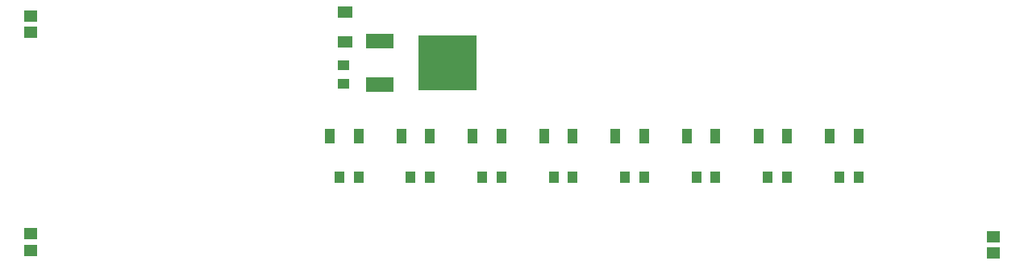
<source format=gtp>
G04*
G04 #@! TF.GenerationSoftware,Altium Limited,Altium Designer,22.9.1 (49)*
G04*
G04 Layer_Color=8421504*
%FSLAX44Y44*%
%MOMM*%
G71*
G04*
G04 #@! TF.SameCoordinates,82FFAF5D-3DE1-49B7-988C-51480E2A03B1*
G04*
G04*
G04 #@! TF.FilePolarity,Positive*
G04*
G01*
G75*
%ADD16R,1.3500X1.1500*%
%ADD17R,1.6000X1.2000*%
%ADD18R,1.0000X1.6000*%
%ADD19R,1.2500X1.0000*%
%ADD20R,6.2000X5.8000*%
%ADD21R,3.0000X1.6000*%
%ADD22R,1.0000X1.2500*%
D16*
X94000Y47750D02*
D03*
Y30250D02*
D03*
X94000Y276750D02*
D03*
Y259250D02*
D03*
X1105000Y27250D02*
D03*
Y44750D02*
D03*
D17*
X424000Y281000D02*
D03*
Y249000D02*
D03*
D18*
X438000Y150000D02*
D03*
X408000D02*
D03*
X933000D02*
D03*
X963000D02*
D03*
X858000D02*
D03*
X888000D02*
D03*
X783000D02*
D03*
X813000D02*
D03*
X708000D02*
D03*
X738000D02*
D03*
X633000D02*
D03*
X663000D02*
D03*
X558000D02*
D03*
X588000D02*
D03*
X483000D02*
D03*
X513000D02*
D03*
D19*
X422250Y225000D02*
D03*
Y205000D02*
D03*
D20*
X531800Y227150D02*
D03*
D21*
X460000Y204300D02*
D03*
Y250000D02*
D03*
D22*
X738000Y107000D02*
D03*
X718000D02*
D03*
X813000D02*
D03*
X793000D02*
D03*
X888000D02*
D03*
X868000D02*
D03*
X438000D02*
D03*
X418000D02*
D03*
X963000D02*
D03*
X943000D02*
D03*
X663000D02*
D03*
X643000D02*
D03*
X588000D02*
D03*
X568000D02*
D03*
X513000D02*
D03*
X493000D02*
D03*
M02*

</source>
